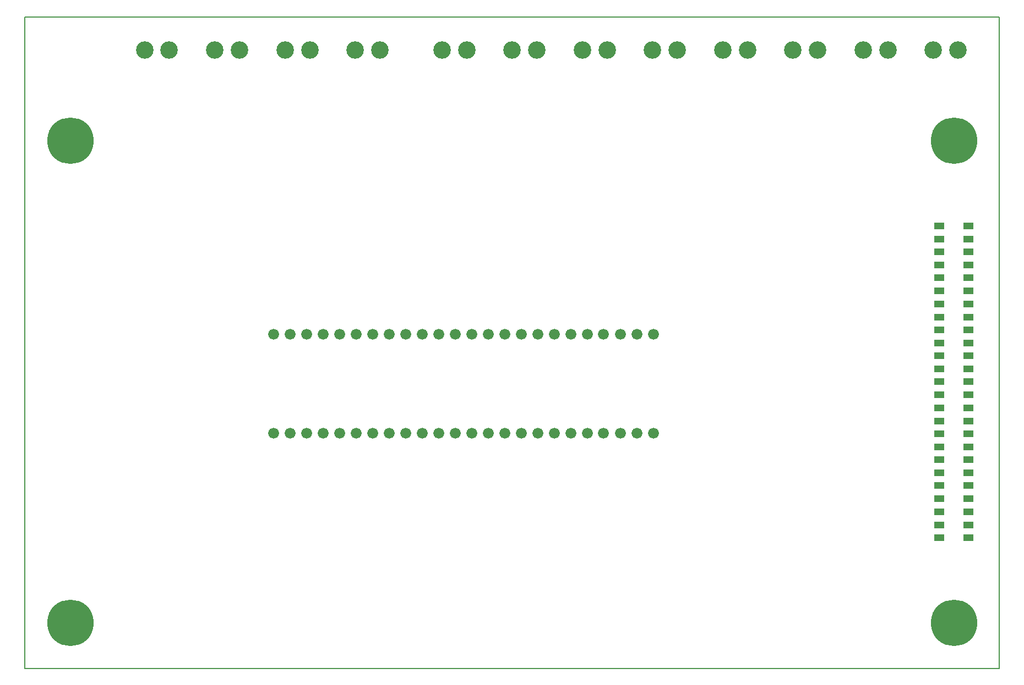
<source format=gbr>
%FSLAX23Y23*%
%MOIN*%
G04 EasyPC Gerber Version 17.0 Build 3379 *
%ADD26R,0.06112X0.04104*%
%ADD10C,0.00500*%
%ADD27C,0.06600*%
%ADD126C,0.10600*%
%ADD25C,0.28100*%
X0Y0D02*
D02*
D10*
X3Y3D02*
X5903D01*
Y3953*
X3*
Y3*
D02*
D25*
X278Y278D03*
Y3203D03*
X5628Y278D03*
Y3203D03*
D02*
D26*
X5539Y795D03*
Y873D03*
Y952D03*
Y1031D03*
Y1110D03*
Y1188D03*
Y1267D03*
Y1346D03*
Y1425D03*
Y1503D03*
Y1582D03*
Y1661D03*
Y1740D03*
Y1818D03*
Y1897D03*
Y1976D03*
Y2055D03*
Y2133D03*
Y2212D03*
Y2291D03*
Y2370D03*
Y2448D03*
Y2527D03*
Y2606D03*
Y2685D03*
X5716Y795D03*
Y873D03*
Y952D03*
Y1031D03*
Y1110D03*
Y1188D03*
Y1267D03*
Y1346D03*
Y1425D03*
Y1503D03*
Y1582D03*
Y1661D03*
Y1740D03*
Y1818D03*
Y1897D03*
Y1976D03*
Y2055D03*
Y2133D03*
Y2212D03*
Y2291D03*
Y2370D03*
Y2448D03*
Y2527D03*
Y2606D03*
Y2685D03*
D02*
D27*
X1508Y1428D03*
Y2028D03*
X1608Y1428D03*
Y2028D03*
X1708Y1428D03*
Y2028D03*
X1808Y1428D03*
Y2028D03*
X1908Y1428D03*
Y2028D03*
X2008Y1428D03*
Y2028D03*
X2108Y1428D03*
Y2028D03*
X2208Y1428D03*
Y2028D03*
X2308Y1428D03*
Y2028D03*
X2408Y1428D03*
Y2028D03*
X2508Y1428D03*
Y2028D03*
X2608Y1428D03*
Y2028D03*
X2708Y1428D03*
Y2028D03*
X2808Y1428D03*
Y2028D03*
X2908Y1428D03*
Y2028D03*
X3008Y1428D03*
Y2028D03*
X3108Y1428D03*
Y2028D03*
X3208Y1428D03*
Y2028D03*
X3308Y1428D03*
Y2028D03*
X3408Y1428D03*
Y2028D03*
X3507Y1428D03*
Y2028D03*
X3608Y1428D03*
Y2028D03*
X3708Y1428D03*
Y2028D03*
X3808Y1428D03*
Y2028D03*
D02*
D126*
X728Y3753D03*
X877D03*
X1153D03*
X1303D03*
X1578D03*
X1728D03*
X2003D03*
X2153D03*
X2528D03*
X2678D03*
X2953D03*
X3103D03*
X3378D03*
X3528D03*
X3803D03*
X3953D03*
X4228D03*
X4378D03*
X4653D03*
X4803D03*
X5078D03*
X5228D03*
X5503D03*
X5653D03*
X0Y0D02*
M02*

</source>
